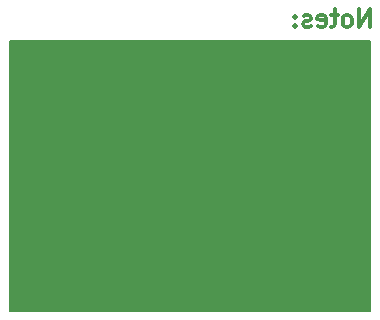
<source format=gbo>
G04 #@! TF.GenerationSoftware,KiCad,Pcbnew,(6.0.5-0)*
G04 #@! TF.CreationDate,2022-08-12T12:05:35-04:00*
G04 #@! TF.ProjectId,Cryologger GVT,4372796f-6c6f-4676-9765-72204756542e,rev?*
G04 #@! TF.SameCoordinates,Original*
G04 #@! TF.FileFunction,Legend,Bot*
G04 #@! TF.FilePolarity,Positive*
%FSLAX46Y46*%
G04 Gerber Fmt 4.6, Leading zero omitted, Abs format (unit mm)*
G04 Created by KiCad (PCBNEW (6.0.5-0)) date 2022-08-12 12:05:35*
%MOMM*%
%LPD*%
G01*
G04 APERTURE LIST*
%ADD10C,0.150000*%
%ADD11C,0.300000*%
%ADD12C,1.524000*%
%ADD13R,2.600000X2.600000*%
%ADD14C,2.600000*%
%ADD15C,3.048000*%
%ADD16C,1.879600*%
%ADD17C,3.302000*%
%ADD18C,1.600000*%
%ADD19O,1.600000X1.600000*%
%ADD20C,3.000000*%
%ADD21C,6.400000*%
G04 APERTURE END LIST*
D10*
X113030000Y-99695000D02*
X143510000Y-99695000D01*
X143510000Y-99695000D02*
X143510000Y-122555000D01*
X143510000Y-122555000D02*
X113030000Y-122555000D01*
X113030000Y-122555000D02*
X113030000Y-99695000D01*
G36*
X113030000Y-99695000D02*
G01*
X143510000Y-99695000D01*
X143510000Y-122555000D01*
X113030000Y-122555000D01*
X113030000Y-99695000D01*
G37*
D11*
X143477857Y-98468571D02*
X143477857Y-96968571D01*
X142620714Y-98468571D01*
X142620714Y-96968571D01*
X141692142Y-98468571D02*
X141835000Y-98397142D01*
X141906428Y-98325714D01*
X141977857Y-98182857D01*
X141977857Y-97754285D01*
X141906428Y-97611428D01*
X141835000Y-97540000D01*
X141692142Y-97468571D01*
X141477857Y-97468571D01*
X141335000Y-97540000D01*
X141263571Y-97611428D01*
X141192142Y-97754285D01*
X141192142Y-98182857D01*
X141263571Y-98325714D01*
X141335000Y-98397142D01*
X141477857Y-98468571D01*
X141692142Y-98468571D01*
X140763571Y-97468571D02*
X140192142Y-97468571D01*
X140549285Y-96968571D02*
X140549285Y-98254285D01*
X140477857Y-98397142D01*
X140335000Y-98468571D01*
X140192142Y-98468571D01*
X139120714Y-98397142D02*
X139263571Y-98468571D01*
X139549285Y-98468571D01*
X139692142Y-98397142D01*
X139763571Y-98254285D01*
X139763571Y-97682857D01*
X139692142Y-97540000D01*
X139549285Y-97468571D01*
X139263571Y-97468571D01*
X139120714Y-97540000D01*
X139049285Y-97682857D01*
X139049285Y-97825714D01*
X139763571Y-97968571D01*
X138477857Y-98397142D02*
X138335000Y-98468571D01*
X138049285Y-98468571D01*
X137906428Y-98397142D01*
X137835000Y-98254285D01*
X137835000Y-98182857D01*
X137906428Y-98040000D01*
X138049285Y-97968571D01*
X138263571Y-97968571D01*
X138406428Y-97897142D01*
X138477857Y-97754285D01*
X138477857Y-97682857D01*
X138406428Y-97540000D01*
X138263571Y-97468571D01*
X138049285Y-97468571D01*
X137906428Y-97540000D01*
X137192142Y-98325714D02*
X137120714Y-98397142D01*
X137192142Y-98468571D01*
X137263571Y-98397142D01*
X137192142Y-98325714D01*
X137192142Y-98468571D01*
X137192142Y-97540000D02*
X137120714Y-97611428D01*
X137192142Y-97682857D01*
X137263571Y-97611428D01*
X137192142Y-97540000D01*
X137192142Y-97682857D01*
%LPC*%
D12*
X195580000Y-81915000D03*
X198120000Y-81915000D03*
X200660000Y-81915000D03*
X203200000Y-81915000D03*
D13*
X200965000Y-113035000D03*
D14*
X200965000Y-107955000D03*
D15*
X109220000Y-83820000D03*
X147320000Y-83820000D03*
X147320000Y-121920000D03*
X109220000Y-121920000D03*
D16*
X110490000Y-95250000D03*
X107950000Y-95250000D03*
X107950000Y-97790000D03*
X110490000Y-97790000D03*
X107950000Y-100330000D03*
X110490000Y-100330000D03*
X107950000Y-102870000D03*
X110490000Y-102870000D03*
X107950000Y-105410000D03*
X110490000Y-105410000D03*
X107950000Y-107950000D03*
X110490000Y-107950000D03*
X110490000Y-110490000D03*
X107950000Y-110490000D03*
X110490000Y-113030000D03*
X107950000Y-113030000D03*
X107950000Y-115570000D03*
X110490000Y-115570000D03*
X107950000Y-118110000D03*
X110490000Y-118110000D03*
X128270000Y-85090000D03*
X128270000Y-82550000D03*
X130810000Y-85090000D03*
X130810000Y-82550000D03*
X133350000Y-85090000D03*
X133350000Y-82550000D03*
X135890000Y-85090000D03*
X135890000Y-82550000D03*
X138430000Y-85090000D03*
X138430000Y-82550000D03*
X140970000Y-85090000D03*
X140970000Y-82550000D03*
X148590000Y-95250000D03*
X146050000Y-95250000D03*
X148590000Y-97790000D03*
X146050000Y-97790000D03*
X148590000Y-100330000D03*
X146050000Y-100330000D03*
X146050000Y-102870000D03*
X148590000Y-102870000D03*
X148590000Y-105410000D03*
X146050000Y-105410000D03*
X148590000Y-107950000D03*
X146050000Y-107950000D03*
X148590000Y-110490000D03*
X146050000Y-110490000D03*
X146050000Y-113030000D03*
X148590000Y-113030000D03*
X148590000Y-115570000D03*
X146050000Y-115570000D03*
D17*
X190500000Y-121920000D03*
X154940000Y-121920000D03*
X154940000Y-66040000D03*
X190500000Y-66040000D03*
D16*
X153670000Y-97790000D03*
X156210000Y-97790000D03*
X156210000Y-100330000D03*
X153670000Y-100330000D03*
X156210000Y-102870000D03*
X153670000Y-102870000D03*
X153670000Y-105410000D03*
X156210000Y-105410000D03*
X153670000Y-107950000D03*
X156210000Y-107950000D03*
X153670000Y-110490000D03*
X156210000Y-110490000D03*
X153670000Y-113030000D03*
X156210000Y-113030000D03*
X153670000Y-115570000D03*
X156210000Y-115570000D03*
X156210000Y-118110000D03*
X153670000Y-118110000D03*
X189230000Y-69850000D03*
X191770000Y-69850000D03*
X189230000Y-72390000D03*
X191770000Y-72390000D03*
X189230000Y-74930000D03*
X191770000Y-74930000D03*
X189230000Y-77470000D03*
X191770000Y-77470000D03*
X191770000Y-80010000D03*
X189230000Y-80010000D03*
X191770000Y-82550000D03*
X189230000Y-82550000D03*
X191770000Y-85090000D03*
X191770000Y-87630000D03*
X191770000Y-90170000D03*
X191770000Y-92710000D03*
X191770000Y-95250000D03*
X191770000Y-97790000D03*
X186690000Y-85090000D03*
X189230000Y-85090000D03*
X186690000Y-87630000D03*
X189230000Y-87630000D03*
X189230000Y-90170000D03*
X186690000Y-90170000D03*
X186690000Y-92710000D03*
X189230000Y-92710000D03*
X189230000Y-95250000D03*
X186690000Y-95250000D03*
X189230000Y-97790000D03*
X186690000Y-97790000D03*
X175260000Y-76835000D03*
X175260000Y-74295000D03*
X172720000Y-76835000D03*
X172720000Y-74295000D03*
D18*
X201930000Y-89515000D03*
D19*
X201930000Y-99675000D03*
D20*
X146841000Y-75493000D03*
X102841000Y-66493000D03*
D21*
X95250000Y-66040000D03*
X201600000Y-121925000D03*
D18*
X195580000Y-95230000D03*
X195580000Y-92730000D03*
D21*
X95250000Y-121920000D03*
D18*
X198755000Y-99675000D03*
D19*
X198755000Y-89515000D03*
D21*
X201600003Y-66045004D03*
M02*

</source>
